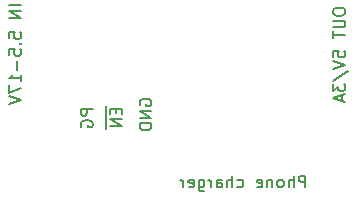
<source format=gbr>
%TF.GenerationSoftware,KiCad,Pcbnew,5.1.10*%
%TF.CreationDate,2021-11-10T11:09:16+01:00*%
%TF.ProjectId,Buck-Converter,4275636b-2d43-46f6-9e76-65727465722e,rev?*%
%TF.SameCoordinates,Original*%
%TF.FileFunction,Legend,Bot*%
%TF.FilePolarity,Positive*%
%FSLAX46Y46*%
G04 Gerber Fmt 4.6, Leading zero omitted, Abs format (unit mm)*
G04 Created by KiCad (PCBNEW 5.1.10) date 2021-11-10 11:09:16*
%MOMM*%
%LPD*%
G01*
G04 APERTURE LIST*
%ADD10C,0.150000*%
G04 APERTURE END LIST*
D10*
X121431904Y-85812380D02*
X121431904Y-84812380D01*
X121050952Y-84812380D01*
X120955714Y-84860000D01*
X120908095Y-84907619D01*
X120860476Y-85002857D01*
X120860476Y-85145714D01*
X120908095Y-85240952D01*
X120955714Y-85288571D01*
X121050952Y-85336190D01*
X121431904Y-85336190D01*
X120431904Y-85812380D02*
X120431904Y-84812380D01*
X120003333Y-85812380D02*
X120003333Y-85288571D01*
X120050952Y-85193333D01*
X120146190Y-85145714D01*
X120289047Y-85145714D01*
X120384285Y-85193333D01*
X120431904Y-85240952D01*
X119384285Y-85812380D02*
X119479523Y-85764761D01*
X119527142Y-85717142D01*
X119574761Y-85621904D01*
X119574761Y-85336190D01*
X119527142Y-85240952D01*
X119479523Y-85193333D01*
X119384285Y-85145714D01*
X119241428Y-85145714D01*
X119146190Y-85193333D01*
X119098571Y-85240952D01*
X119050952Y-85336190D01*
X119050952Y-85621904D01*
X119098571Y-85717142D01*
X119146190Y-85764761D01*
X119241428Y-85812380D01*
X119384285Y-85812380D01*
X118622380Y-85145714D02*
X118622380Y-85812380D01*
X118622380Y-85240952D02*
X118574761Y-85193333D01*
X118479523Y-85145714D01*
X118336666Y-85145714D01*
X118241428Y-85193333D01*
X118193809Y-85288571D01*
X118193809Y-85812380D01*
X117336666Y-85764761D02*
X117431904Y-85812380D01*
X117622380Y-85812380D01*
X117717619Y-85764761D01*
X117765238Y-85669523D01*
X117765238Y-85288571D01*
X117717619Y-85193333D01*
X117622380Y-85145714D01*
X117431904Y-85145714D01*
X117336666Y-85193333D01*
X117289047Y-85288571D01*
X117289047Y-85383809D01*
X117765238Y-85479047D01*
X115670000Y-85764761D02*
X115765238Y-85812380D01*
X115955714Y-85812380D01*
X116050952Y-85764761D01*
X116098571Y-85717142D01*
X116146190Y-85621904D01*
X116146190Y-85336190D01*
X116098571Y-85240952D01*
X116050952Y-85193333D01*
X115955714Y-85145714D01*
X115765238Y-85145714D01*
X115670000Y-85193333D01*
X115241428Y-85812380D02*
X115241428Y-84812380D01*
X114812857Y-85812380D02*
X114812857Y-85288571D01*
X114860476Y-85193333D01*
X114955714Y-85145714D01*
X115098571Y-85145714D01*
X115193809Y-85193333D01*
X115241428Y-85240952D01*
X113908095Y-85812380D02*
X113908095Y-85288571D01*
X113955714Y-85193333D01*
X114050952Y-85145714D01*
X114241428Y-85145714D01*
X114336666Y-85193333D01*
X113908095Y-85764761D02*
X114003333Y-85812380D01*
X114241428Y-85812380D01*
X114336666Y-85764761D01*
X114384285Y-85669523D01*
X114384285Y-85574285D01*
X114336666Y-85479047D01*
X114241428Y-85431428D01*
X114003333Y-85431428D01*
X113908095Y-85383809D01*
X113431904Y-85812380D02*
X113431904Y-85145714D01*
X113431904Y-85336190D02*
X113384285Y-85240952D01*
X113336666Y-85193333D01*
X113241428Y-85145714D01*
X113146190Y-85145714D01*
X112384285Y-85145714D02*
X112384285Y-85955238D01*
X112431904Y-86050476D01*
X112479523Y-86098095D01*
X112574761Y-86145714D01*
X112717619Y-86145714D01*
X112812857Y-86098095D01*
X112384285Y-85764761D02*
X112479523Y-85812380D01*
X112670000Y-85812380D01*
X112765238Y-85764761D01*
X112812857Y-85717142D01*
X112860476Y-85621904D01*
X112860476Y-85336190D01*
X112812857Y-85240952D01*
X112765238Y-85193333D01*
X112670000Y-85145714D01*
X112479523Y-85145714D01*
X112384285Y-85193333D01*
X111527142Y-85764761D02*
X111622380Y-85812380D01*
X111812857Y-85812380D01*
X111908095Y-85764761D01*
X111955714Y-85669523D01*
X111955714Y-85288571D01*
X111908095Y-85193333D01*
X111812857Y-85145714D01*
X111622380Y-85145714D01*
X111527142Y-85193333D01*
X111479523Y-85288571D01*
X111479523Y-85383809D01*
X111955714Y-85479047D01*
X111050952Y-85812380D02*
X111050952Y-85145714D01*
X111050952Y-85336190D02*
X111003333Y-85240952D01*
X110955714Y-85193333D01*
X110860476Y-85145714D01*
X110765238Y-85145714D01*
X123782380Y-70835714D02*
X123782380Y-71026190D01*
X123830000Y-71121428D01*
X123925238Y-71216666D01*
X124115714Y-71264285D01*
X124449047Y-71264285D01*
X124639523Y-71216666D01*
X124734761Y-71121428D01*
X124782380Y-71026190D01*
X124782380Y-70835714D01*
X124734761Y-70740476D01*
X124639523Y-70645238D01*
X124449047Y-70597619D01*
X124115714Y-70597619D01*
X123925238Y-70645238D01*
X123830000Y-70740476D01*
X123782380Y-70835714D01*
X123782380Y-71692857D02*
X124591904Y-71692857D01*
X124687142Y-71740476D01*
X124734761Y-71788095D01*
X124782380Y-71883333D01*
X124782380Y-72073809D01*
X124734761Y-72169047D01*
X124687142Y-72216666D01*
X124591904Y-72264285D01*
X123782380Y-72264285D01*
X123782380Y-72597619D02*
X123782380Y-73169047D01*
X124782380Y-72883333D02*
X123782380Y-72883333D01*
X123782380Y-74740476D02*
X123782380Y-74264285D01*
X124258571Y-74216666D01*
X124210952Y-74264285D01*
X124163333Y-74359523D01*
X124163333Y-74597619D01*
X124210952Y-74692857D01*
X124258571Y-74740476D01*
X124353809Y-74788095D01*
X124591904Y-74788095D01*
X124687142Y-74740476D01*
X124734761Y-74692857D01*
X124782380Y-74597619D01*
X124782380Y-74359523D01*
X124734761Y-74264285D01*
X124687142Y-74216666D01*
X123782380Y-75073809D02*
X124782380Y-75407142D01*
X123782380Y-75740476D01*
X123734761Y-76788095D02*
X125020476Y-75930952D01*
X123782380Y-77026190D02*
X123782380Y-77645238D01*
X124163333Y-77311904D01*
X124163333Y-77454761D01*
X124210952Y-77550000D01*
X124258571Y-77597619D01*
X124353809Y-77645238D01*
X124591904Y-77645238D01*
X124687142Y-77597619D01*
X124734761Y-77550000D01*
X124782380Y-77454761D01*
X124782380Y-77169047D01*
X124734761Y-77073809D01*
X124687142Y-77026190D01*
X124496666Y-78026190D02*
X124496666Y-78502380D01*
X124782380Y-77930952D02*
X123782380Y-78264285D01*
X124782380Y-78597619D01*
X97362380Y-70404761D02*
X96362380Y-70404761D01*
X97362380Y-70880952D02*
X96362380Y-70880952D01*
X97362380Y-71452380D01*
X96362380Y-71452380D01*
X96362380Y-73166666D02*
X96362380Y-72690476D01*
X96838571Y-72642857D01*
X96790952Y-72690476D01*
X96743333Y-72785714D01*
X96743333Y-73023809D01*
X96790952Y-73119047D01*
X96838571Y-73166666D01*
X96933809Y-73214285D01*
X97171904Y-73214285D01*
X97267142Y-73166666D01*
X97314761Y-73119047D01*
X97362380Y-73023809D01*
X97362380Y-72785714D01*
X97314761Y-72690476D01*
X97267142Y-72642857D01*
X97267142Y-73642857D02*
X97314761Y-73690476D01*
X97362380Y-73642857D01*
X97314761Y-73595238D01*
X97267142Y-73642857D01*
X97362380Y-73642857D01*
X96362380Y-74595238D02*
X96362380Y-74119047D01*
X96838571Y-74071428D01*
X96790952Y-74119047D01*
X96743333Y-74214285D01*
X96743333Y-74452380D01*
X96790952Y-74547619D01*
X96838571Y-74595238D01*
X96933809Y-74642857D01*
X97171904Y-74642857D01*
X97267142Y-74595238D01*
X97314761Y-74547619D01*
X97362380Y-74452380D01*
X97362380Y-74214285D01*
X97314761Y-74119047D01*
X97267142Y-74071428D01*
X96981428Y-75071428D02*
X96981428Y-75833333D01*
X97362380Y-76833333D02*
X97362380Y-76261904D01*
X97362380Y-76547619D02*
X96362380Y-76547619D01*
X96505238Y-76452380D01*
X96600476Y-76357142D01*
X96648095Y-76261904D01*
X96362380Y-77166666D02*
X96362380Y-77833333D01*
X97362380Y-77404761D01*
X96362380Y-78071428D02*
X97362380Y-78404761D01*
X96362380Y-78738095D01*
X103412380Y-79148095D02*
X102412380Y-79148095D01*
X102412380Y-79529047D01*
X102460000Y-79624285D01*
X102507619Y-79671904D01*
X102602857Y-79719523D01*
X102745714Y-79719523D01*
X102840952Y-79671904D01*
X102888571Y-79624285D01*
X102936190Y-79529047D01*
X102936190Y-79148095D01*
X102460000Y-80671904D02*
X102412380Y-80576666D01*
X102412380Y-80433809D01*
X102460000Y-80290952D01*
X102555238Y-80195714D01*
X102650476Y-80148095D01*
X102840952Y-80100476D01*
X102983809Y-80100476D01*
X103174285Y-80148095D01*
X103269523Y-80195714D01*
X103364761Y-80290952D01*
X103412380Y-80433809D01*
X103412380Y-80529047D01*
X103364761Y-80671904D01*
X103317142Y-80719523D01*
X102983809Y-80719523D01*
X102983809Y-80529047D01*
X104535000Y-78903809D02*
X104535000Y-79808571D01*
X105378571Y-79141904D02*
X105378571Y-79475238D01*
X105902380Y-79618095D02*
X105902380Y-79141904D01*
X104902380Y-79141904D01*
X104902380Y-79618095D01*
X104535000Y-79808571D02*
X104535000Y-80856190D01*
X105902380Y-80046666D02*
X104902380Y-80046666D01*
X105902380Y-80618095D01*
X104902380Y-80618095D01*
X107440000Y-78868095D02*
X107392380Y-78772857D01*
X107392380Y-78630000D01*
X107440000Y-78487142D01*
X107535238Y-78391904D01*
X107630476Y-78344285D01*
X107820952Y-78296666D01*
X107963809Y-78296666D01*
X108154285Y-78344285D01*
X108249523Y-78391904D01*
X108344761Y-78487142D01*
X108392380Y-78630000D01*
X108392380Y-78725238D01*
X108344761Y-78868095D01*
X108297142Y-78915714D01*
X107963809Y-78915714D01*
X107963809Y-78725238D01*
X108392380Y-79344285D02*
X107392380Y-79344285D01*
X108392380Y-79915714D01*
X107392380Y-79915714D01*
X108392380Y-80391904D02*
X107392380Y-80391904D01*
X107392380Y-80630000D01*
X107440000Y-80772857D01*
X107535238Y-80868095D01*
X107630476Y-80915714D01*
X107820952Y-80963333D01*
X107963809Y-80963333D01*
X108154285Y-80915714D01*
X108249523Y-80868095D01*
X108344761Y-80772857D01*
X108392380Y-80630000D01*
X108392380Y-80391904D01*
M02*

</source>
